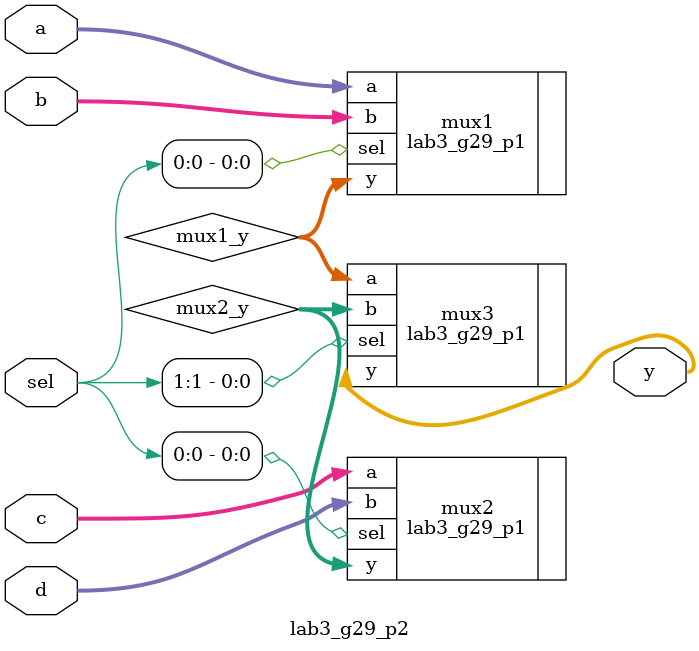
<source format=sv>
module lab3_g29_p2 (
    input logic [0:3] a ,
    input logic [0:3]  b ,
    input logic  [0:3] c ,
    input logic  [0:3] d ,
    input logic [0:1] sel,
    output logic [0:3]  y 
);

    logic  [0:3 ]mux1_y  , mux2_y ;

    // İlk 2x1 Mux
    lab3_g29_p1 mux1 (
        .a(a),
        .b(b),
        .sel(sel[0]),
        .y(mux1_y)
    );

    // İkinci 2x1 Mux
    lab3_g29_p1 mux2 (
        .a(c),
        .b(d),
        .sel(sel[0]),
        .y(mux2_y)
    );

    // Üçüncü 2x1 Mux
    lab3_g29_p1 mux3 (
        .a(mux1_y),
        .b(mux2_y),
        .sel(sel[1]),
        .y(y)
    );

endmodule

</source>
